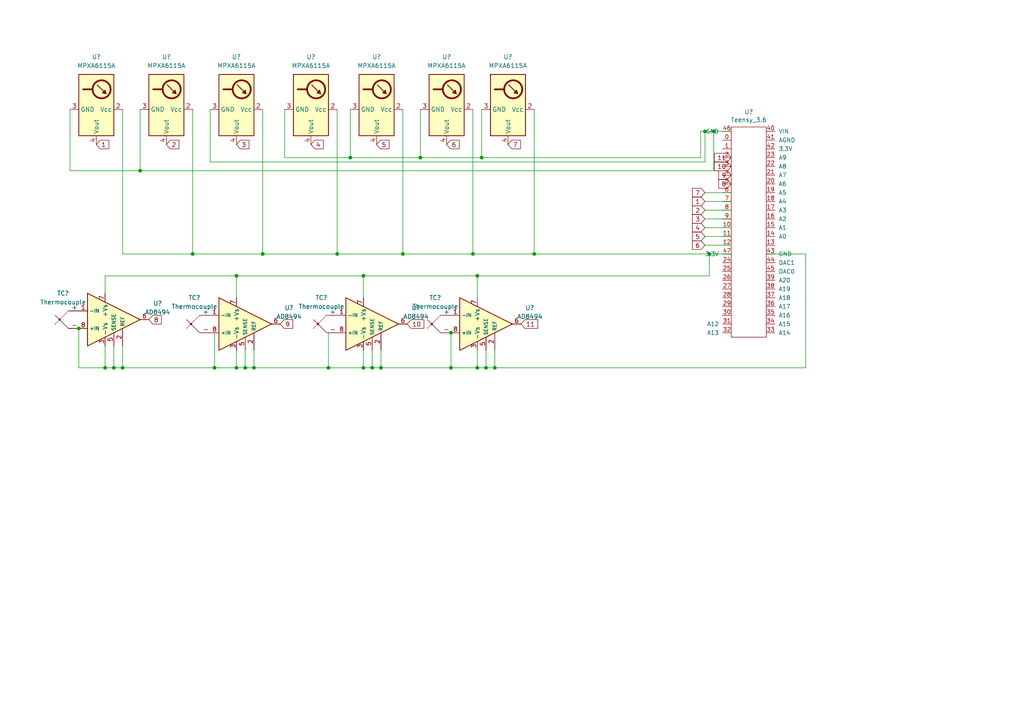
<source format=kicad_sch>
(kicad_sch (version 20211123) (generator eeschema)
  (paper "A4")
  (lib_symbols
    (symbol "CaelusPCB-rescue:Teensy3.6-Launchbox_Symbols-CaelusPCB-rescue-CaelusPCB-rescue-CaelusPCB-rescue" (pin_names (offset 1.016))
      (property "Reference" "U" (at 0 -21.59 0))
      (property "Value" "Teensy3.6-Launchbox_Symbols-CaelusPCB-rescue-CaelusPCB-rescue-CaelusPCB-rescue" (at 0 21.59 0))
      (symbol "Teensy3.6-Launchbox_Symbols-CaelusPCB-rescue-CaelusPCB-rescue-CaelusPCB-rescue_0_1"
        (rectangle (start -34.29 5.08) (end 26.67 -5.08))
      )
      (symbol "Teensy3.6-Launchbox_Symbols-CaelusPCB-rescue-CaelusPCB-rescue-CaelusPCB-rescue_1_1"
        (pin input line (at -30.48 -5.08 270) (length 2.54) (name "~") (number "0"))
        (pin input line (at -27.94 -5.08 270) (length 2.54) (name "~") (number "1"))
        (pin input line (at -5.08 -5.08 270) (length 2.54) (name "~") (number "10"))
        (pin input line (at -2.54 -5.08 270) (length 2.54) (name "~") (number "11"))
        (pin input line (at 0 -5.08 270) (length 2.54) (name "~") (number "12"))
        (pin input line (at 0 5.08 90) (length 2.54) (name "~") (number "13"))
        (pin input line (at -2.54 5.08 90) (length 2.54) (name "A0") (number "14"))
        (pin input line (at -5.08 5.08 90) (length 2.54) (name "A1") (number "15"))
        (pin input line (at -7.62 5.08 90) (length 2.54) (name "A2") (number "16"))
        (pin input line (at -10.16 5.08 90) (length 2.54) (name "A3") (number "17"))
        (pin input line (at -12.7 5.08 90) (length 2.54) (name "A4") (number "18"))
        (pin input line (at -15.24 5.08 90) (length 2.54) (name "A5") (number "19"))
        (pin input line (at -25.4 -5.08 270) (length 2.54) (name "~") (number "2"))
        (pin input line (at -17.78 5.08 90) (length 2.54) (name "A6") (number "20"))
        (pin input line (at -20.32 5.08 90) (length 2.54) (name "A7") (number "21"))
        (pin input line (at -22.86 5.08 90) (length 2.54) (name "A8") (number "22"))
        (pin input line (at -25.4 5.08 90) (length 2.54) (name "A9") (number "23"))
        (pin input line (at 5.08 -5.08 270) (length 2.54) (name "~") (number "24"))
        (pin input line (at 7.62 -5.08 270) (length 2.54) (name "~") (number "25"))
        (pin input line (at 10.16 -5.08 270) (length 2.54) (name "~") (number "26"))
        (pin input line (at 12.7 -5.08 270) (length 2.54) (name "~") (number "27"))
        (pin input line (at 15.24 -5.08 270) (length 2.54) (name "~") (number "28"))
        (pin input line (at 17.78 -5.08 270) (length 2.54) (name "~") (number "29"))
        (pin input line (at -22.86 -5.08 270) (length 2.54) (name "~") (number "3"))
        (pin input line (at 20.32 -5.08 270) (length 2.54) (name "~") (number "30"))
        (pin input line (at 22.86 -5.08 270) (length 2.54) (name "A12") (number "31"))
        (pin input line (at 25.4 -5.08 270) (length 2.54) (name "A13") (number "32"))
        (pin input line (at 25.4 5.08 90) (length 2.54) (name "A14") (number "33"))
        (pin input line (at 22.86 5.08 90) (length 2.54) (name "A15") (number "34"))
        (pin input line (at 20.32 5.08 90) (length 2.54) (name "A16") (number "35"))
        (pin input line (at 17.78 5.08 90) (length 2.54) (name "A17") (number "36"))
        (pin input line (at 15.24 5.08 90) (length 2.54) (name "A18") (number "37"))
        (pin input line (at 12.7 5.08 90) (length 2.54) (name "A19") (number "38"))
        (pin input line (at 10.16 5.08 90) (length 2.54) (name "A20") (number "39"))
        (pin input line (at -20.32 -5.08 270) (length 2.54) (name "~") (number "4"))
        (pin input line (at -33.02 5.08 90) (length 2.54) (name "VIN") (number "40"))
        (pin input line (at -30.48 5.08 90) (length 2.54) (name "AGND") (number "41"))
        (pin input line (at -27.94 5.08 90) (length 2.54) (name "3.3V") (number "42"))
        (pin input line (at 2.54 5.08 90) (length 2.54) (name "GND") (number "43"))
        (pin input line (at 5.08 5.08 90) (length 2.54) (name "DAC1") (number "44"))
        (pin input line (at 7.62 5.08 90) (length 2.54) (name "DAC0") (number "45"))
        (pin input line (at -33.02 -5.08 270) (length 2.54) (name "GND") (number "46"))
        (pin input line (at 2.54 -5.08 270) (length 2.54) (name "3.3V") (number "47"))
        (pin input line (at -17.78 -5.08 270) (length 2.54) (name "~") (number "5"))
        (pin input line (at -15.24 -5.08 270) (length 2.54) (name "~") (number "6"))
        (pin input line (at -12.7 -5.08 270) (length 2.54) (name "~") (number "7"))
        (pin input line (at -10.16 -5.08 270) (length 2.54) (name "~") (number "8"))
        (pin input line (at -7.62 -5.08 270) (length 2.54) (name "~") (number "9"))
      )
    )
    (symbol "Device:Thermocouple" (pin_numbers hide) (pin_names (offset 0))
      (property "Reference" "TC" (at -3.048 3.81 0))
      (property "Value" "Thermocouple" (at -5.08 -4.064 0))
      (symbol "Thermocouple_0_1"
        (circle (center -3.048 0) (radius 0.254) (fill (type outline)))
        (polyline (pts (xy -4.064 -1.016) (xy -4.318 -1.27)))
        (polyline (pts (xy -3.556 -0.508) (xy -3.81 -0.762)))
        (polyline (pts (xy -3.048 0) (xy -3.302 -0.254)))
        (polyline (pts (xy -2.54 0.508) (xy -2.794 0.254)))
        (polyline (pts (xy -2.032 1.016) (xy -2.286 0.762)))
        (polyline (pts (xy -1.524 1.524) (xy -1.778 1.27)))
        (polyline (pts (xy -1.016 2.032) (xy -1.27 1.778)))
        (polyline (pts (xy -0.508 2.54) (xy -0.762 2.286)))
        (polyline (pts (xy 0 -2.54) (xy -0.254 -2.54)))
        (polyline (pts (xy 0 2.54) (xy -0.508 2.54)))
        (polyline (pts (xy 0.254 -2.54) (xy -0.508 -2.54) (xy -4.318 1.27)))
      )
      (symbol "Thermocouple_1_1"
        (pin passive line (at 2.54 2.54 180) (length 2.54) (name "+") (number "1"))
        (pin passive line (at 2.54 -2.54 180) (length 2.54) (name "-") (number "2"))
      )
    )
    (symbol "Sensor_Pressure:MPXA6115A"
      (property "Reference" "U" (at -10.16 6.35 0))
      (property "Value" "MPXA6115A" (at 1.27 6.35 0))
      (symbol "MPXA6115A_0_1"
        (circle (center -5.842 1.524) (radius 2.6162) (stroke (width 0.508)))
        (polyline (pts (xy -7.112 0.254) (xy -4.572 2.794)) (stroke (width 0.254)))
        (polyline (pts (xy -5.842 -1.27) (xy -5.842 -3.81)) (stroke (width 0.508)))
        (polyline (pts (xy -4.572 2.794) (xy -4.826 1.778) (xy -5.588 2.54) (xy -4.572 2.794)) (stroke (width 0.254)) (fill (type outline)))
        (rectangle (start 7.62 5.08) (end -10.16 -5.08) (stroke (width 0.254)) (fill (type background)))
      )
      (symbol "MPXA6115A_1_1"
        (pin no_connect line (at 5.08 -5.08 90) (length 2.54) hide (name "NC") (number "1"))
        (pin power_in line (at 0 7.62 270) (length 2.54) (name "Vcc") (number "2"))
        (pin power_in line (at 0 -7.62 90) (length 2.54) (name "GND") (number "3"))
        (pin output line (at 10.16 0 180) (length 2.54) (name "Vout") (number "4"))
        (pin no_connect line (at -7.62 -5.08 90) (length 2.54) hide (name "NC") (number "5"))
        (pin no_connect line (at -5.08 -5.08 90) (length 2.54) hide (name "NC") (number "6"))
        (pin no_connect line (at -2.54 -5.08 90) (length 2.54) hide (name "NC") (number "7"))
        (pin no_connect line (at 2.54 -5.08 90) (length 2.54) hide (name "NC") (number "8"))
      )
    )
    (symbol "Sensor_Temperature:AD8494"
      (property "Reference" "U" (at 5.08 3.81 0))
      (property "Value" "AD8494" (at 8.89 -3.81 0))
      (symbol "AD8494_0_1"
        (polyline (pts (xy -7.62 7.62) (xy 7.62 0) (xy -7.62 -7.62) (xy -7.62 7.62)) (stroke (width 0.254)) (fill (type background)))
      )
      (symbol "AD8494_1_1"
        (pin input line (at -10.16 2.54 0) (length 2.54) (name "-IN") (number "1"))
        (pin input line (at 2.54 -7.62 90) (length 5.08) (name "REF") (number "2"))
        (pin power_in line (at -2.54 -7.62 90) (length 2.54) (name "-Vs") (number "3"))
        (pin no_connect line (at -5.08 0 180) (length 2.54) hide (name "NC") (number "4"))
        (pin passive line (at 0 -7.62 90) (length 3.81) (name "SENSE") (number "5"))
        (pin output line (at 10.16 0 180) (length 2.54) (name "~") (number "6"))
        (pin power_in line (at -2.54 7.62 270) (length 2.54) (name "+Vs") (number "7"))
        (pin input line (at -10.16 -2.54 0) (length 2.54) (name "+IN") (number "8"))
      )
    )
  )
  (junction (at 35.56 106.68))
  (junction (at 130.81 96.52))
  (junction (at 204.47 38.1))
  (junction (at 73.66 106.68))
  (junction (at 105.41 106.68))
  (junction (at 62.23 106.68))
  (junction (at 140.97 106.68))
  (junction (at 101.6 45.72))
  (junction (at 95.25 106.68))
  (junction (at 107.95 106.68))
  (junction (at 68.58 106.68))
  (junction (at 143.51 106.68))
  (junction (at 110.49 106.68))
  (junction (at 137.16 73.66))
  (junction (at 207.01 38.1))
  (junction (at 138.43 80.01))
  (junction (at 55.88 73.66))
  (junction (at 76.2 73.66))
  (junction (at 30.48 106.68))
  (junction (at 33.02 106.68))
  (junction (at 97.79 73.66))
  (junction (at 130.81 106.68))
  (junction (at 121.92 45.72))
  (junction (at 205.74 73.66))
  (junction (at 71.12 106.68))
  (junction (at 138.43 106.68))
  (junction (at 154.94 73.66))
  (junction (at 116.84 73.66))
  (junction (at 68.58 80.01))
  (junction (at 105.41 80.01))
  (junction (at 40.64 49.53))
  (junction (at 139.7 45.72))
  (junction (at 22.86 95.25))
  (wire (pts (xy 22.86 106.68) (xy 30.48 106.68)))
  (wire (pts (xy 97.79 73.66) (xy 116.84 73.66)))
  (wire (pts (xy 30.48 106.68) (xy 33.02 106.68)))
  (wire (pts (xy 205.74 73.66) (xy 212.09 73.66)))
  (wire (pts (xy 204.47 68.58) (xy 212.09 68.58)))
  (wire (pts (xy 68.58 80.01) (xy 105.41 80.01)))
  (wire (pts (xy 143.51 101.6) (xy 143.51 106.68)))
  (wire (pts (xy 105.41 80.01) (xy 105.41 86.36)))
  (wire (pts (xy 207.01 38.1) (xy 212.09 38.1)))
  (wire (pts (xy 154.94 31.75) (xy 154.94 73.66)))
  (wire (pts (xy 137.16 31.75) (xy 137.16 73.66)))
  (wire (pts (xy 40.64 49.53) (xy 207.01 49.53)))
  (wire (pts (xy 105.41 101.6) (xy 105.41 106.68)))
  (wire (pts (xy 35.56 73.66) (xy 55.88 73.66)))
  (wire (pts (xy 139.7 31.75) (xy 139.7 45.72)))
  (wire (pts (xy 140.97 101.6) (xy 140.97 106.68)))
  (wire (pts (xy 143.51 106.68) (xy 233.68 106.68)))
  (wire (pts (xy 73.66 106.68) (xy 95.25 106.68)))
  (wire (pts (xy 116.84 73.66) (xy 137.16 73.66)))
  (wire (pts (xy 68.58 106.68) (xy 71.12 106.68)))
  (wire (pts (xy 204.47 58.42) (xy 212.09 58.42)))
  (wire (pts (xy 76.2 31.75) (xy 76.2 73.66)))
  (wire (pts (xy 82.55 45.72) (xy 101.6 45.72)))
  (wire (pts (xy 30.48 85.09) (xy 30.48 80.01)))
  (wire (pts (xy 204.47 66.04) (xy 212.09 66.04)))
  (wire (pts (xy 76.2 73.66) (xy 97.79 73.66)))
  (wire (pts (xy 97.79 31.75) (xy 97.79 73.66)))
  (wire (pts (xy 22.86 95.25) (xy 22.86 106.68)))
  (wire (pts (xy 35.56 100.33) (xy 35.56 106.68)))
  (wire (pts (xy 138.43 106.68) (xy 140.97 106.68)))
  (wire (pts (xy 62.23 106.68) (xy 68.58 106.68)))
  (wire (pts (xy 204.47 60.96) (xy 212.09 60.96)))
  (wire (pts (xy 204.47 55.88) (xy 212.09 55.88)))
  (wire (pts (xy 233.68 106.68) (xy 233.68 73.66)))
  (wire (pts (xy 30.48 100.33) (xy 30.48 106.68)))
  (wire (pts (xy 110.49 101.6) (xy 110.49 106.68)))
  (wire (pts (xy 204.47 38.1) (xy 207.01 38.1)))
  (wire (pts (xy 30.48 80.01) (xy 68.58 80.01)))
  (wire (pts (xy 203.2 38.1) (xy 204.47 38.1)))
  (wire (pts (xy 204.47 71.12) (xy 212.09 71.12)))
  (wire (pts (xy 138.43 80.01) (xy 205.74 80.01)))
  (wire (pts (xy 82.55 31.75) (xy 82.55 45.72)))
  (wire (pts (xy 121.92 31.75) (xy 121.92 45.72)))
  (wire (pts (xy 71.12 101.6) (xy 71.12 106.68)))
  (wire (pts (xy 154.94 73.66) (xy 205.74 73.66)))
  (wire (pts (xy 55.88 31.75) (xy 55.88 73.66)))
  (wire (pts (xy 20.32 31.75) (xy 20.32 49.53)))
  (wire (pts (xy 139.7 45.72) (xy 203.2 45.72)))
  (wire (pts (xy 203.2 45.72) (xy 203.2 38.1)))
  (wire (pts (xy 207.01 49.53) (xy 207.01 38.1)))
  (wire (pts (xy 95.25 96.52) (xy 95.25 106.68)))
  (wire (pts (xy 138.43 101.6) (xy 138.43 106.68)))
  (wire (pts (xy 121.92 45.72) (xy 139.7 45.72)))
  (wire (pts (xy 20.32 49.53) (xy 40.64 49.53)))
  (wire (pts (xy 204.47 46.99) (xy 204.47 38.1)))
  (wire (pts (xy 116.84 31.75) (xy 116.84 73.66)))
  (wire (pts (xy 55.88 73.66) (xy 76.2 73.66)))
  (wire (pts (xy 204.47 63.5) (xy 212.09 63.5)))
  (wire (pts (xy 71.12 106.68) (xy 73.66 106.68)))
  (wire (pts (xy 140.97 106.68) (xy 143.51 106.68)))
  (wire (pts (xy 101.6 31.75) (xy 101.6 45.72)))
  (wire (pts (xy 68.58 101.6) (xy 68.58 106.68)))
  (wire (pts (xy 110.49 106.68) (xy 130.81 106.68)))
  (wire (pts (xy 33.02 106.68) (xy 35.56 106.68)))
  (wire (pts (xy 101.6 45.72) (xy 121.92 45.72)))
  (wire (pts (xy 138.43 86.36) (xy 138.43 80.01)))
  (wire (pts (xy 137.16 73.66) (xy 154.94 73.66)))
  (wire (pts (xy 33.02 100.33) (xy 33.02 106.68)))
  (wire (pts (xy 130.81 96.52) (xy 130.81 106.68)))
  (wire (pts (xy 105.41 106.68) (xy 107.95 106.68)))
  (wire (pts (xy 233.68 73.66) (xy 222.25 73.66)))
  (wire (pts (xy 68.58 86.36) (xy 68.58 80.01)))
  (wire (pts (xy 95.25 106.68) (xy 105.41 106.68)))
  (wire (pts (xy 205.74 80.01) (xy 205.74 73.66)))
  (wire (pts (xy 60.96 46.99) (xy 204.47 46.99)))
  (wire (pts (xy 60.96 31.75) (xy 60.96 46.99)))
  (wire (pts (xy 130.81 106.68) (xy 138.43 106.68)))
  (wire (pts (xy 107.95 106.68) (xy 110.49 106.68)))
  (wire (pts (xy 40.64 31.75) (xy 40.64 49.53)))
  (wire (pts (xy 35.56 106.68) (xy 62.23 106.68)))
  (wire (pts (xy 35.56 31.75) (xy 35.56 73.66)))
  (wire (pts (xy 62.23 96.52) (xy 62.23 106.68)))
  (wire (pts (xy 107.95 101.6) (xy 107.95 106.68)))
  (wire (pts (xy 105.41 80.01) (xy 138.43 80.01)))
  (wire (pts (xy 73.66 101.6) (xy 73.66 106.68)))
  (global_label "7" (shape input) (at 147.32 41.91 0) (property "Intersheet References" "${INTERSHEET_REFS}" (effects hide)))
  (global_label "4" (shape input) (at 204.47 66.04 180) (property "Intersheet References" "${INTERSHEET_REFS}" (effects hide)))
  (global_label "4" (shape input) (at 90.17 41.91 0) (property "Intersheet References" "${INTERSHEET_REFS}" (effects hide)))
  (global_label "6" (shape input) (at 204.47 71.12 180) (property "Intersheet References" "${INTERSHEET_REFS}" (effects hide)))
  (global_label "10" (shape input) (at 118.11 93.98 0) (property "Intersheet References" "${INTERSHEET_REFS}" (effects hide)))
  (global_label "3" (shape input) (at 204.47 63.5 180) (property "Intersheet References" "${INTERSHEET_REFS}" (effects hide)))
  (global_label "2" (shape input) (at 48.26 41.91 0) (property "Intersheet References" "${INTERSHEET_REFS}" (effects hide)))
  (global_label "8" (shape input) (at 43.18 92.71 0) (property "Intersheet References" "${INTERSHEET_REFS}" (effects hide)))
  (global_label "3" (shape input) (at 68.58 41.91 0) (property "Intersheet References" "${INTERSHEET_REFS}" (effects hide)))
  (global_label "11" (shape input) (at 151.13 93.98 0) (property "Intersheet References" "${INTERSHEET_REFS}" (effects hide)))
  (global_label "6" (shape input) (at 129.54 41.91 0) (property "Intersheet References" "${INTERSHEET_REFS}" (effects hide)))
  (global_label "9" (shape input) (at 212.09 50.8 180) (property "Intersheet References" "${INTERSHEET_REFS}" (effects hide)))
  (global_label "5" (shape input) (at 204.47 68.58 180) (property "Intersheet References" "${INTERSHEET_REFS}" (effects hide)))
  (global_label "5" (shape input) (at 109.22 41.91 0) (property "Intersheet References" "${INTERSHEET_REFS}" (effects hide)))
  (global_label "9" (shape input) (at 81.28 93.98 0) (property "Intersheet References" "${INTERSHEET_REFS}" (effects hide)))
  (global_label "8" (shape input) (at 212.09 53.34 180) (property "Intersheet References" "${INTERSHEET_REFS}" (effects hide)))
  (global_label "1" (shape input) (at 204.47 58.42 180) (property "Intersheet References" "${INTERSHEET_REFS}" (effects hide)))
  (global_label "2" (shape input) (at 204.47 60.96 180) (property "Intersheet References" "${INTERSHEET_REFS}" (effects hide)))
  (global_label "7" (shape input) (at 204.47 55.88 180) (property "Intersheet References" "${INTERSHEET_REFS}" (effects hide)))
  (global_label "10" (shape input) (at 212.09 48.26 180) (property "Intersheet References" "${INTERSHEET_REFS}" (effects hide)))
  (global_label "1" (shape input) (at 27.94 41.91 0) (property "Intersheet References" "${INTERSHEET_REFS}" (effects hide)))
  (global_label "11" (shape input) (at 212.09 45.72 180) (property "Intersheet References" "${INTERSHEET_REFS}" (effects hide)))
  (symbol (lib_id "Sensor_Pressure:MPXA6115A") (at 68.58 31.75 270) (unit 1)
    (property "Reference" "U?" (at 68.58 16.51 90))
    (property "Value" "MPXA6115A" (at 68.58 19.05 90))
    (property "Datasheet" "http://www.nxp.com/files/sensors/doc/data_sheet/MPXA6115A.pdf" (effects hide))
  )
  (symbol (lib_id "Sensor_Pressure:MPXA6115A") (at 109.22 31.75 270) (unit 1)
    (property "Reference" "U?" (at 109.22 16.51 90))
    (property "Value" "MPXA6115A" (at 109.22 19.05 90))
    (property "Datasheet" "http://www.nxp.com/files/sensors/doc/data_sheet/MPXA6115A.pdf" (effects hide))
  )
  (symbol (lib_id "Sensor_Pressure:MPXA6115A") (at 147.32 31.75 270) (unit 1)
    (property "Reference" "U?" (at 147.32 16.51 90))
    (property "Value" "MPXA6115A" (at 147.32 19.05 90))
    (property "Datasheet" "http://www.nxp.com/files/sensors/doc/data_sheet/MPXA6115A.pdf" (effects hide))
  )
  (symbol (lib_id "Sensor_Temperature:AD8494") (at 107.95 93.98 0) (unit 1)
    (property "Reference" "U?" (at 120.65 89.281 0))
    (property "Value" "AD8494" (at 120.65 91.821 0))
    (property "Footprint" "Package_SO:MSOP-8_3x3mm_P0.65mm" (effects hide))
    (property "Datasheet" "https://www.analog.com/media/en/technical-documentation/data-sheets/ad8494_8495_8496_8497.pdf" (effects hide))
  )
  (symbol (lib_id "Sensor_Temperature:AD8494") (at 140.97 93.98 0) (unit 1)
    (property "Reference" "U?" (at 153.67 89.281 0))
    (property "Value" "AD8494" (at 153.67 91.821 0))
    (property "Footprint" "Package_SO:MSOP-8_3x3mm_P0.65mm" (effects hide))
    (property "Datasheet" "https://www.analog.com/media/en/technical-documentation/data-sheets/ad8494_8495_8496_8497.pdf" (effects hide))
  )
  (symbol (lib_id "Sensor_Pressure:MPXA6115A") (at 48.26 31.75 270) (unit 1)
    (property "Reference" "U?" (at 48.26 16.51 90))
    (property "Value" "MPXA6115A" (at 48.26 19.05 90))
    (property "Datasheet" "http://www.nxp.com/files/sensors/doc/data_sheet/MPXA6115A.pdf" (effects hide))
  )
  (symbol (lib_id "Sensor_Pressure:MPXA6115A") (at 27.94 31.75 270) (unit 1)
    (property "Reference" "U?" (at 27.94 16.51 90))
    (property "Value" "MPXA6115A" (at 27.94 19.05 90))
    (property "Datasheet" "http://www.nxp.com/files/sensors/doc/data_sheet/MPXA6115A.pdf" (effects hide))
  )
  (symbol (lib_id "Device:Thermocouple") (at 58.42 93.98 0) (unit 1)
    (property "Reference" "TC?" (at 56.388 86.36 0))
    (property "Value" "Thermocouple" (at 56.388 88.9 0))
  )
  (symbol (lib_id "Sensor_Pressure:MPXA6115A") (at 129.54 31.75 270) (unit 1)
    (property "Reference" "U?" (at 129.54 16.51 90))
    (property "Value" "MPXA6115A" (at 129.54 19.05 90))
    (property "Datasheet" "http://www.nxp.com/files/sensors/doc/data_sheet/MPXA6115A.pdf" (effects hide))
  )
  (symbol (lib_id "Sensor_Pressure:MPXA6115A") (at 90.17 31.75 270) (unit 1)
    (property "Reference" "U?" (at 90.17 16.51 90))
    (property "Value" "MPXA6115A" (at 90.17 19.05 90))
    (property "Datasheet" "http://www.nxp.com/files/sensors/doc/data_sheet/MPXA6115A.pdf" (effects hide))
  )
  (symbol (lib_id "CaelusPCB-rescue:Teensy3.6-Launchbox_Symbols-CaelusPCB-rescue-CaelusPCB-rescue-CaelusPCB-rescue") (at 217.17 71.12 270) (unit 1)
    (property "Reference" "U?" (at 217.17 32.4612 90))
    (property "Value" "Teensy_3.6" (at 217.17 34.7726 90))
    (property "Footprint" "Launchbox:Teensy_3.6" (effects hide))
  )
  (symbol (lib_id "Device:Thermocouple") (at 20.32 92.71 0) (unit 1)
    (property "Reference" "TC?" (at 18.288 85.09 0))
    (property "Value" "Thermocouple" (at 18.288 87.63 0))
  )
  (symbol (lib_id "Sensor_Temperature:AD8494") (at 33.02 92.71 0) (unit 1)
    (property "Reference" "U?" (at 45.72 88.011 0))
    (property "Value" "AD8494" (at 45.72 90.551 0))
    (property "Footprint" "Package_SO:MSOP-8_3x3mm_P0.65mm" (effects hide))
    (property "Datasheet" "https://www.analog.com/media/en/technical-documentation/data-sheets/ad8494_8495_8496_8497.pdf" (effects hide))
  )
  (symbol (lib_id "Sensor_Temperature:AD8494") (at 71.12 93.98 0) (unit 1)
    (property "Reference" "U?" (at 83.82 89.281 0))
    (property "Value" "AD8494" (at 83.82 91.821 0))
    (property "Footprint" "Package_SO:MSOP-8_3x3mm_P0.65mm" (effects hide))
    (property "Datasheet" "https://www.analog.com/media/en/technical-documentation/data-sheets/ad8494_8495_8496_8497.pdf" (effects hide))
  )
  (symbol (lib_id "Device:Thermocouple") (at 95.25 93.98 0) (unit 1)
    (property "Reference" "TC?" (at 93.218 86.36 0))
    (property "Value" "Thermocouple" (at 93.218 88.9 0))
  )
  (symbol (lib_id "Device:Thermocouple") (at 128.27 93.98 0) (unit 1)
    (property "Reference" "TC?" (at 126.238 86.36 0))
    (property "Value" "Thermocouple" (at 126.238 88.9 0))
  )
)
</source>
